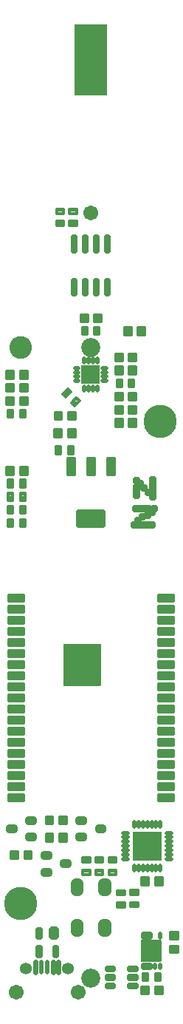
<source format=gbr>
G04 EAGLE Gerber RS-274X export*
G75*
%MOMM*%
%FSLAX34Y34*%
%LPD*%
%INSoldermask Top*%
%IPPOS*%
%AMOC8*
5,1,8,0,0,1.08239X$1,22.5*%
G01*
%ADD10C,0.370056*%
%ADD11C,0.731250*%
%ADD12C,0.418428*%
%ADD13C,0.430247*%
%ADD14C,0.610147*%
%ADD15C,0.473200*%
%ADD16R,3.703200X8.203200*%
%ADD17C,1.711200*%
%ADD18C,1.097334*%
%ADD19C,0.432097*%
%ADD20C,0.693853*%
%ADD21C,0.553200*%
%ADD22C,0.533200*%
%ADD23C,1.361200*%
%ADD24C,0.884075*%
%ADD25C,0.610069*%
%ADD26C,0.678831*%
%ADD27C,0.523200*%
%ADD28C,2.183200*%
%ADD29C,3.803200*%
%ADD30C,2.593200*%
%ADD31C,0.483200*%
%ADD32C,0.617847*%
%ADD33C,0.959600*%

G36*
X118565Y363377D02*
X118565Y363377D01*
X118631Y363379D01*
X118674Y363397D01*
X118721Y363405D01*
X118778Y363439D01*
X118838Y363464D01*
X118873Y363495D01*
X118914Y363520D01*
X118956Y363571D01*
X119004Y363615D01*
X119026Y363657D01*
X119055Y363694D01*
X119076Y363756D01*
X119107Y363815D01*
X119115Y363869D01*
X119127Y363906D01*
X119126Y363946D01*
X119134Y364000D01*
X119134Y411000D01*
X119123Y411065D01*
X119121Y411131D01*
X119103Y411174D01*
X119095Y411221D01*
X119061Y411278D01*
X119036Y411338D01*
X119005Y411373D01*
X118980Y411414D01*
X118929Y411456D01*
X118885Y411504D01*
X118843Y411526D01*
X118806Y411555D01*
X118744Y411576D01*
X118685Y411607D01*
X118631Y411615D01*
X118594Y411627D01*
X118554Y411626D01*
X118500Y411634D01*
X76500Y411634D01*
X76435Y411623D01*
X76369Y411621D01*
X76326Y411603D01*
X76279Y411595D01*
X76222Y411561D01*
X76162Y411536D01*
X76127Y411505D01*
X76086Y411480D01*
X76045Y411429D01*
X75996Y411385D01*
X75974Y411343D01*
X75945Y411306D01*
X75924Y411244D01*
X75893Y411185D01*
X75885Y411131D01*
X75873Y411094D01*
X75874Y411054D01*
X75866Y411000D01*
X75866Y364000D01*
X75877Y363935D01*
X75879Y363869D01*
X75897Y363826D01*
X75905Y363779D01*
X75939Y363722D01*
X75964Y363662D01*
X75995Y363627D01*
X76020Y363586D01*
X76071Y363545D01*
X76115Y363496D01*
X76157Y363474D01*
X76194Y363445D01*
X76256Y363424D01*
X76315Y363393D01*
X76369Y363385D01*
X76406Y363373D01*
X76446Y363374D01*
X76500Y363366D01*
X118500Y363366D01*
X118565Y363377D01*
G37*
G36*
X188565Y163377D02*
X188565Y163377D01*
X188631Y163379D01*
X188674Y163397D01*
X188721Y163405D01*
X188778Y163439D01*
X188838Y163464D01*
X188873Y163495D01*
X188914Y163520D01*
X188956Y163571D01*
X189004Y163615D01*
X189026Y163657D01*
X189055Y163694D01*
X189076Y163756D01*
X189107Y163815D01*
X189115Y163869D01*
X189127Y163906D01*
X189126Y163946D01*
X189134Y164000D01*
X189134Y196000D01*
X189123Y196065D01*
X189121Y196131D01*
X189103Y196174D01*
X189095Y196221D01*
X189061Y196278D01*
X189036Y196338D01*
X189005Y196373D01*
X188980Y196414D01*
X188929Y196456D01*
X188885Y196504D01*
X188843Y196526D01*
X188806Y196555D01*
X188744Y196576D01*
X188685Y196607D01*
X188631Y196615D01*
X188594Y196627D01*
X188554Y196626D01*
X188500Y196634D01*
X156500Y196634D01*
X156435Y196623D01*
X156369Y196621D01*
X156326Y196603D01*
X156279Y196595D01*
X156222Y196561D01*
X156162Y196536D01*
X156127Y196505D01*
X156086Y196480D01*
X156045Y196429D01*
X155996Y196385D01*
X155974Y196343D01*
X155945Y196306D01*
X155924Y196244D01*
X155893Y196185D01*
X155885Y196131D01*
X155873Y196094D01*
X155874Y196054D01*
X155866Y196000D01*
X155866Y164000D01*
X155877Y163935D01*
X155879Y163869D01*
X155897Y163826D01*
X155905Y163779D01*
X155939Y163722D01*
X155964Y163662D01*
X155995Y163627D01*
X156020Y163586D01*
X156071Y163545D01*
X156115Y163496D01*
X156157Y163474D01*
X156194Y163445D01*
X156256Y163424D01*
X156315Y163393D01*
X156369Y163385D01*
X156406Y163373D01*
X156446Y163374D01*
X156500Y163366D01*
X188500Y163366D01*
X188565Y163377D01*
G37*
G36*
X187564Y47010D02*
X187564Y47010D01*
X187628Y47009D01*
X187703Y47030D01*
X187779Y47041D01*
X187838Y47067D01*
X187900Y47084D01*
X187966Y47125D01*
X188036Y47157D01*
X188085Y47199D01*
X188140Y47232D01*
X188192Y47290D01*
X188250Y47340D01*
X188286Y47394D01*
X188329Y47442D01*
X188362Y47511D01*
X188405Y47576D01*
X188424Y47638D01*
X188452Y47695D01*
X188463Y47765D01*
X188487Y47846D01*
X188488Y47931D01*
X188499Y48000D01*
X188499Y72000D01*
X188490Y72062D01*
X188491Y72110D01*
X188491Y72111D01*
X188491Y72128D01*
X188470Y72203D01*
X188459Y72279D01*
X188433Y72338D01*
X188416Y72400D01*
X188375Y72466D01*
X188343Y72536D01*
X188301Y72585D01*
X188268Y72640D01*
X188210Y72692D01*
X188160Y72750D01*
X188106Y72786D01*
X188058Y72829D01*
X187989Y72862D01*
X187924Y72905D01*
X187862Y72924D01*
X187805Y72952D01*
X187735Y72963D01*
X187654Y72987D01*
X187569Y72988D01*
X187500Y72999D01*
X166500Y72999D01*
X166436Y72990D01*
X166372Y72991D01*
X166297Y72970D01*
X166221Y72959D01*
X166162Y72933D01*
X166100Y72916D01*
X166034Y72875D01*
X165964Y72843D01*
X165915Y72801D01*
X165860Y72768D01*
X165808Y72710D01*
X165750Y72660D01*
X165714Y72606D01*
X165671Y72558D01*
X165638Y72489D01*
X165595Y72424D01*
X165576Y72362D01*
X165548Y72305D01*
X165537Y72235D01*
X165513Y72154D01*
X165512Y72069D01*
X165501Y72000D01*
X165501Y48000D01*
X165510Y47936D01*
X165509Y47872D01*
X165530Y47797D01*
X165541Y47721D01*
X165567Y47662D01*
X165584Y47600D01*
X165625Y47534D01*
X165657Y47464D01*
X165699Y47415D01*
X165732Y47360D01*
X165790Y47308D01*
X165840Y47250D01*
X165894Y47214D01*
X165942Y47171D01*
X166011Y47138D01*
X166076Y47095D01*
X166138Y47076D01*
X166195Y47048D01*
X166265Y47037D01*
X166346Y47013D01*
X166431Y47012D01*
X166500Y47001D01*
X187500Y47001D01*
X187564Y47010D01*
G37*
G36*
X117565Y709377D02*
X117565Y709377D01*
X117631Y709379D01*
X117674Y709397D01*
X117721Y709405D01*
X117778Y709439D01*
X117838Y709464D01*
X117873Y709495D01*
X117914Y709520D01*
X117956Y709571D01*
X118004Y709615D01*
X118026Y709657D01*
X118055Y709694D01*
X118076Y709756D01*
X118107Y709815D01*
X118115Y709869D01*
X118127Y709906D01*
X118126Y709946D01*
X118134Y710000D01*
X118134Y730000D01*
X118123Y730065D01*
X118121Y730131D01*
X118103Y730174D01*
X118095Y730221D01*
X118061Y730278D01*
X118036Y730338D01*
X118005Y730373D01*
X117980Y730414D01*
X117929Y730456D01*
X117885Y730504D01*
X117843Y730526D01*
X117806Y730555D01*
X117744Y730576D01*
X117685Y730607D01*
X117631Y730615D01*
X117594Y730627D01*
X117554Y730626D01*
X117500Y730634D01*
X97500Y730634D01*
X97435Y730623D01*
X97369Y730621D01*
X97326Y730603D01*
X97279Y730595D01*
X97222Y730561D01*
X97162Y730536D01*
X97127Y730505D01*
X97086Y730480D01*
X97045Y730429D01*
X96996Y730385D01*
X96974Y730343D01*
X96945Y730306D01*
X96924Y730244D01*
X96893Y730185D01*
X96885Y730131D01*
X96873Y730094D01*
X96874Y730054D01*
X96866Y730000D01*
X96866Y710000D01*
X96877Y709935D01*
X96879Y709869D01*
X96897Y709826D01*
X96905Y709779D01*
X96939Y709722D01*
X96964Y709662D01*
X96995Y709627D01*
X97020Y709586D01*
X97071Y709545D01*
X97115Y709496D01*
X97157Y709474D01*
X97194Y709445D01*
X97256Y709424D01*
X97315Y709393D01*
X97369Y709385D01*
X97406Y709373D01*
X97446Y709374D01*
X97500Y709366D01*
X117500Y709366D01*
X117565Y709377D01*
G37*
D10*
X136561Y152490D02*
X136561Y147584D01*
X128439Y147584D01*
X128439Y152490D01*
X136561Y152490D01*
X136561Y151100D02*
X128439Y151100D01*
X136561Y161510D02*
X136561Y166416D01*
X136561Y161510D02*
X128439Y161510D01*
X128439Y166416D01*
X136561Y166416D01*
X136561Y165026D02*
X128439Y165026D01*
X17990Y545939D02*
X13084Y545939D01*
X13084Y554061D01*
X17990Y554061D01*
X17990Y545939D01*
X17990Y549455D02*
X13084Y549455D01*
X13084Y552971D02*
X17990Y552971D01*
X27010Y545939D02*
X31916Y545939D01*
X27010Y545939D02*
X27010Y554061D01*
X31916Y554061D01*
X31916Y545939D01*
X31916Y549455D02*
X27010Y549455D01*
X27010Y552971D02*
X31916Y552971D01*
X31916Y599061D02*
X27010Y599061D01*
X31916Y599061D02*
X31916Y590939D01*
X27010Y590939D01*
X27010Y599061D01*
X27010Y594455D02*
X31916Y594455D01*
X31916Y597971D02*
X27010Y597971D01*
X17990Y599061D02*
X13084Y599061D01*
X17990Y599061D02*
X17990Y590939D01*
X13084Y590939D01*
X13084Y599061D01*
X13084Y594455D02*
X17990Y594455D01*
X17990Y597971D02*
X13084Y597971D01*
D11*
X35803Y191719D02*
X41447Y191719D01*
X41447Y189281D01*
X35803Y189281D01*
X35803Y191719D01*
X35803Y210719D02*
X41447Y210719D01*
X41447Y208281D01*
X35803Y208281D01*
X35803Y210719D01*
X19197Y201219D02*
X13553Y201219D01*
X19197Y201219D02*
X19197Y198781D01*
X13553Y198781D01*
X13553Y201219D01*
X93553Y208281D02*
X99197Y208281D01*
X93553Y208281D02*
X93553Y210719D01*
X99197Y210719D01*
X99197Y208281D01*
X99197Y189281D02*
X93553Y189281D01*
X93553Y191719D01*
X99197Y191719D01*
X99197Y189281D01*
X115803Y198781D02*
X121447Y198781D01*
X115803Y198781D02*
X115803Y201219D01*
X121447Y201219D01*
X121447Y198781D01*
D12*
X17975Y606431D02*
X11431Y606431D01*
X11431Y613569D01*
X17975Y613569D01*
X17975Y606431D01*
X17975Y610406D02*
X11431Y610406D01*
X27025Y606431D02*
X33569Y606431D01*
X27025Y606431D02*
X27025Y613569D01*
X33569Y613569D01*
X33569Y606431D01*
X33569Y610406D02*
X27025Y610406D01*
X72025Y193569D02*
X78569Y193569D01*
X78569Y186431D01*
X72025Y186431D01*
X72025Y193569D01*
X72025Y190406D02*
X78569Y190406D01*
X62975Y193569D02*
X56431Y193569D01*
X62975Y193569D02*
X62975Y186431D01*
X56431Y186431D01*
X56431Y193569D01*
X56431Y190406D02*
X62975Y190406D01*
X62975Y206431D02*
X56431Y206431D01*
X56431Y213569D01*
X62975Y213569D01*
X62975Y206431D01*
X62975Y210406D02*
X56431Y210406D01*
X72025Y206431D02*
X78569Y206431D01*
X72025Y206431D02*
X72025Y213569D01*
X78569Y213569D01*
X78569Y206431D01*
X78569Y210406D02*
X72025Y210406D01*
D13*
X29365Y460935D02*
X13635Y460935D01*
X13635Y467665D01*
X29365Y467665D01*
X29365Y460935D01*
X29365Y465022D02*
X13635Y465022D01*
X13635Y448235D02*
X29365Y448235D01*
X13635Y448235D02*
X13635Y454965D01*
X29365Y454965D01*
X29365Y448235D01*
X29365Y452322D02*
X13635Y452322D01*
X13635Y435535D02*
X29365Y435535D01*
X13635Y435535D02*
X13635Y442265D01*
X29365Y442265D01*
X29365Y435535D01*
X29365Y439622D02*
X13635Y439622D01*
X13635Y422835D02*
X29365Y422835D01*
X13635Y422835D02*
X13635Y429565D01*
X29365Y429565D01*
X29365Y422835D01*
X29365Y426922D02*
X13635Y426922D01*
X13635Y410135D02*
X29365Y410135D01*
X13635Y410135D02*
X13635Y416865D01*
X29365Y416865D01*
X29365Y410135D01*
X29365Y414222D02*
X13635Y414222D01*
X13635Y397435D02*
X29365Y397435D01*
X13635Y397435D02*
X13635Y404165D01*
X29365Y404165D01*
X29365Y397435D01*
X29365Y401522D02*
X13635Y401522D01*
X13635Y384735D02*
X29365Y384735D01*
X13635Y384735D02*
X13635Y391465D01*
X29365Y391465D01*
X29365Y384735D01*
X29365Y388822D02*
X13635Y388822D01*
X13635Y372035D02*
X29365Y372035D01*
X13635Y372035D02*
X13635Y378765D01*
X29365Y378765D01*
X29365Y372035D01*
X29365Y376122D02*
X13635Y376122D01*
X13635Y359335D02*
X29365Y359335D01*
X13635Y359335D02*
X13635Y366065D01*
X29365Y366065D01*
X29365Y359335D01*
X29365Y363422D02*
X13635Y363422D01*
X13635Y346635D02*
X29365Y346635D01*
X13635Y346635D02*
X13635Y353365D01*
X29365Y353365D01*
X29365Y346635D01*
X29365Y350722D02*
X13635Y350722D01*
X13635Y333935D02*
X29365Y333935D01*
X13635Y333935D02*
X13635Y340665D01*
X29365Y340665D01*
X29365Y333935D01*
X29365Y338022D02*
X13635Y338022D01*
X13635Y321235D02*
X29365Y321235D01*
X13635Y321235D02*
X13635Y327965D01*
X29365Y327965D01*
X29365Y321235D01*
X29365Y325322D02*
X13635Y325322D01*
X13635Y308535D02*
X29365Y308535D01*
X13635Y308535D02*
X13635Y315265D01*
X29365Y315265D01*
X29365Y308535D01*
X29365Y312622D02*
X13635Y312622D01*
X13635Y295835D02*
X29365Y295835D01*
X13635Y295835D02*
X13635Y302565D01*
X29365Y302565D01*
X29365Y295835D01*
X29365Y299922D02*
X13635Y299922D01*
X13635Y283135D02*
X29365Y283135D01*
X13635Y283135D02*
X13635Y289865D01*
X29365Y289865D01*
X29365Y283135D01*
X29365Y287222D02*
X13635Y287222D01*
X13635Y270435D02*
X29365Y270435D01*
X13635Y270435D02*
X13635Y277165D01*
X29365Y277165D01*
X29365Y270435D01*
X29365Y274522D02*
X13635Y274522D01*
X13635Y257735D02*
X29365Y257735D01*
X13635Y257735D02*
X13635Y264465D01*
X29365Y264465D01*
X29365Y257735D01*
X29365Y261822D02*
X13635Y261822D01*
X13635Y245035D02*
X29365Y245035D01*
X13635Y245035D02*
X13635Y251765D01*
X29365Y251765D01*
X29365Y245035D01*
X29365Y249122D02*
X13635Y249122D01*
X13635Y232335D02*
X29365Y232335D01*
X13635Y232335D02*
X13635Y239065D01*
X29365Y239065D01*
X29365Y232335D01*
X29365Y236422D02*
X13635Y236422D01*
X185635Y232335D02*
X201365Y232335D01*
X185635Y232335D02*
X185635Y239065D01*
X201365Y239065D01*
X201365Y232335D01*
X201365Y236422D02*
X185635Y236422D01*
X185635Y245035D02*
X201365Y245035D01*
X185635Y245035D02*
X185635Y251765D01*
X201365Y251765D01*
X201365Y245035D01*
X201365Y249122D02*
X185635Y249122D01*
X185635Y257735D02*
X201365Y257735D01*
X185635Y257735D02*
X185635Y264465D01*
X201365Y264465D01*
X201365Y257735D01*
X201365Y261822D02*
X185635Y261822D01*
X185635Y270435D02*
X201365Y270435D01*
X185635Y270435D02*
X185635Y277165D01*
X201365Y277165D01*
X201365Y270435D01*
X201365Y274522D02*
X185635Y274522D01*
X185635Y283135D02*
X201365Y283135D01*
X185635Y283135D02*
X185635Y289865D01*
X201365Y289865D01*
X201365Y283135D01*
X201365Y287222D02*
X185635Y287222D01*
X185635Y295835D02*
X201365Y295835D01*
X185635Y295835D02*
X185635Y302565D01*
X201365Y302565D01*
X201365Y295835D01*
X201365Y299922D02*
X185635Y299922D01*
X185635Y308535D02*
X201365Y308535D01*
X185635Y308535D02*
X185635Y315265D01*
X201365Y315265D01*
X201365Y308535D01*
X201365Y312622D02*
X185635Y312622D01*
X185635Y321235D02*
X201365Y321235D01*
X185635Y321235D02*
X185635Y327965D01*
X201365Y327965D01*
X201365Y321235D01*
X201365Y325322D02*
X185635Y325322D01*
X185635Y333935D02*
X201365Y333935D01*
X185635Y333935D02*
X185635Y340665D01*
X201365Y340665D01*
X201365Y333935D01*
X201365Y338022D02*
X185635Y338022D01*
X185635Y346635D02*
X201365Y346635D01*
X185635Y346635D02*
X185635Y353365D01*
X201365Y353365D01*
X201365Y346635D01*
X201365Y350722D02*
X185635Y350722D01*
X185635Y359335D02*
X201365Y359335D01*
X185635Y359335D02*
X185635Y366065D01*
X201365Y366065D01*
X201365Y359335D01*
X201365Y363422D02*
X185635Y363422D01*
X185635Y372035D02*
X201365Y372035D01*
X185635Y372035D02*
X185635Y378765D01*
X201365Y378765D01*
X201365Y372035D01*
X201365Y376122D02*
X185635Y376122D01*
X185635Y384735D02*
X201365Y384735D01*
X185635Y384735D02*
X185635Y391465D01*
X201365Y391465D01*
X201365Y384735D01*
X201365Y388822D02*
X185635Y388822D01*
X185635Y397435D02*
X201365Y397435D01*
X185635Y397435D02*
X185635Y404165D01*
X201365Y404165D01*
X201365Y397435D01*
X201365Y401522D02*
X185635Y401522D01*
X185635Y410135D02*
X201365Y410135D01*
X185635Y410135D02*
X185635Y416865D01*
X201365Y416865D01*
X201365Y410135D01*
X201365Y414222D02*
X185635Y414222D01*
X185635Y422835D02*
X201365Y422835D01*
X185635Y422835D02*
X185635Y429565D01*
X201365Y429565D01*
X201365Y422835D01*
X201365Y426922D02*
X185635Y426922D01*
X185635Y435535D02*
X201365Y435535D01*
X185635Y435535D02*
X185635Y442265D01*
X201365Y442265D01*
X201365Y435535D01*
X201365Y439622D02*
X185635Y439622D01*
X185635Y448235D02*
X201365Y448235D01*
X185635Y448235D02*
X185635Y454965D01*
X201365Y454965D01*
X201365Y448235D01*
X201365Y452322D02*
X185635Y452322D01*
X185635Y460935D02*
X201365Y460935D01*
X185635Y460935D02*
X185635Y467665D01*
X201365Y467665D01*
X201365Y460935D01*
X201365Y465022D02*
X185635Y465022D01*
D14*
X89362Y812458D02*
X89362Y828074D01*
X89362Y812458D02*
X87538Y812458D01*
X87538Y828074D01*
X89362Y828074D01*
X89362Y818254D02*
X87538Y818254D01*
X87538Y824050D02*
X89362Y824050D01*
X102062Y828074D02*
X102062Y812458D01*
X100238Y812458D01*
X100238Y828074D01*
X102062Y828074D01*
X102062Y818254D02*
X100238Y818254D01*
X100238Y824050D02*
X102062Y824050D01*
X114762Y828074D02*
X114762Y812458D01*
X112938Y812458D01*
X112938Y828074D01*
X114762Y828074D01*
X114762Y818254D02*
X112938Y818254D01*
X112938Y824050D02*
X114762Y824050D01*
X127462Y828074D02*
X127462Y812458D01*
X125638Y812458D01*
X125638Y828074D01*
X127462Y828074D01*
X127462Y818254D02*
X125638Y818254D01*
X125638Y824050D02*
X127462Y824050D01*
X127462Y861926D02*
X127462Y877542D01*
X127462Y861926D02*
X125638Y861926D01*
X125638Y877542D01*
X127462Y877542D01*
X127462Y867722D02*
X125638Y867722D01*
X125638Y873518D02*
X127462Y873518D01*
X114762Y877542D02*
X114762Y861926D01*
X112938Y861926D01*
X112938Y877542D01*
X114762Y877542D01*
X114762Y867722D02*
X112938Y867722D01*
X112938Y873518D02*
X114762Y873518D01*
X102062Y877542D02*
X102062Y861926D01*
X100238Y861926D01*
X100238Y877542D01*
X102062Y877542D01*
X102062Y867722D02*
X100238Y867722D01*
X100238Y873518D02*
X102062Y873518D01*
X89362Y877542D02*
X89362Y861926D01*
X87538Y861926D01*
X87538Y877542D01*
X89362Y877542D01*
X89362Y867722D02*
X87538Y867722D01*
X87538Y873518D02*
X89362Y873518D01*
D15*
X144850Y195000D02*
X150150Y195000D01*
X150150Y190000D02*
X144850Y190000D01*
X144850Y185000D02*
X150150Y185000D01*
X150150Y180000D02*
X144850Y180000D01*
X144850Y175000D02*
X150150Y175000D01*
X150150Y170000D02*
X144850Y170000D01*
X144850Y165000D02*
X150150Y165000D01*
X157500Y157650D02*
X157500Y152350D01*
X162500Y152350D02*
X162500Y157650D01*
X167500Y157650D02*
X167500Y152350D01*
X172500Y152350D02*
X172500Y157650D01*
X177500Y157650D02*
X177500Y152350D01*
X182500Y152350D02*
X182500Y157650D01*
X187500Y157650D02*
X187500Y152350D01*
X194850Y165000D02*
X200150Y165000D01*
X200150Y170000D02*
X194850Y170000D01*
X194850Y175000D02*
X200150Y175000D01*
X200150Y180000D02*
X194850Y180000D01*
X194850Y185000D02*
X200150Y185000D01*
X200150Y190000D02*
X194850Y190000D01*
X194850Y195000D02*
X200150Y195000D01*
X187500Y202350D02*
X187500Y207650D01*
X182500Y207650D02*
X182500Y202350D01*
X177500Y202350D02*
X177500Y207650D01*
X172500Y207650D02*
X172500Y202350D01*
X167500Y202350D02*
X167500Y207650D01*
X162500Y207650D02*
X162500Y202350D01*
X157500Y202350D02*
X157500Y207650D01*
D16*
X107500Y1080000D03*
D17*
X107500Y905000D03*
D12*
X182025Y143569D02*
X188569Y143569D01*
X188569Y136431D01*
X182025Y136431D01*
X182025Y143569D01*
X182025Y140406D02*
X188569Y140406D01*
X172975Y143569D02*
X166431Y143569D01*
X172975Y143569D02*
X172975Y136431D01*
X166431Y136431D01*
X166431Y143569D01*
X166431Y140406D02*
X172975Y140406D01*
D10*
X121561Y147584D02*
X121561Y152490D01*
X121561Y147584D02*
X113439Y147584D01*
X113439Y152490D01*
X121561Y152490D01*
X121561Y151100D02*
X113439Y151100D01*
X121561Y161510D02*
X121561Y166416D01*
X121561Y161510D02*
X113439Y161510D01*
X113439Y166416D01*
X121561Y166416D01*
X121561Y165026D02*
X113439Y165026D01*
X91561Y890584D02*
X91561Y895490D01*
X91561Y890584D02*
X83439Y890584D01*
X83439Y895490D01*
X91561Y895490D01*
X91561Y894100D02*
X83439Y894100D01*
X91561Y904510D02*
X91561Y909416D01*
X91561Y904510D02*
X83439Y904510D01*
X83439Y909416D01*
X91561Y909416D01*
X91561Y908026D02*
X83439Y908026D01*
D18*
X89470Y91530D02*
X89470Y82470D01*
X89470Y91530D02*
X93530Y91530D01*
X93530Y82470D01*
X89470Y82470D01*
X121470Y82470D02*
X121470Y91530D01*
X125530Y91530D01*
X125530Y82470D01*
X121470Y82470D01*
X121470Y128470D02*
X121470Y137530D01*
X125530Y137530D01*
X125530Y128470D01*
X121470Y128470D01*
X89470Y128470D02*
X89470Y137530D01*
X93530Y137530D01*
X93530Y128470D01*
X89470Y128470D01*
D11*
X59197Y168281D02*
X53553Y168281D01*
X53553Y170719D01*
X59197Y170719D01*
X59197Y168281D01*
X59197Y149281D02*
X53553Y149281D01*
X53553Y151719D01*
X59197Y151719D01*
X59197Y149281D01*
X75803Y158781D02*
X81447Y158781D01*
X75803Y158781D02*
X75803Y161219D01*
X81447Y161219D01*
X81447Y158781D01*
D12*
X38569Y173569D02*
X32025Y173569D01*
X38569Y173569D02*
X38569Y166431D01*
X32025Y166431D01*
X32025Y173569D01*
X32025Y170406D02*
X38569Y170406D01*
X22975Y173569D02*
X16431Y173569D01*
X22975Y173569D02*
X22975Y166431D01*
X16431Y166431D01*
X16431Y173569D01*
X16431Y170406D02*
X22975Y170406D01*
D10*
X17990Y575939D02*
X13084Y575939D01*
X13084Y584061D01*
X17990Y584061D01*
X17990Y575939D01*
X17990Y579455D02*
X13084Y579455D01*
X13084Y582971D02*
X17990Y582971D01*
X27010Y575939D02*
X31916Y575939D01*
X27010Y575939D02*
X27010Y584061D01*
X31916Y584061D01*
X31916Y575939D01*
X31916Y579455D02*
X27010Y579455D01*
X27010Y582971D02*
X31916Y582971D01*
X68084Y628939D02*
X72990Y628939D01*
X68084Y628939D02*
X68084Y637061D01*
X72990Y637061D01*
X72990Y628939D01*
X72990Y632455D02*
X68084Y632455D01*
X68084Y635971D02*
X72990Y635971D01*
X82010Y628939D02*
X86916Y628939D01*
X82010Y628939D02*
X82010Y637061D01*
X86916Y637061D01*
X86916Y628939D01*
X86916Y632455D02*
X82010Y632455D01*
X82010Y635971D02*
X86916Y635971D01*
X17990Y560939D02*
X13084Y560939D01*
X13084Y569061D01*
X17990Y569061D01*
X17990Y560939D01*
X17990Y564455D02*
X13084Y564455D01*
X13084Y567971D02*
X17990Y567971D01*
X27010Y560939D02*
X31916Y560939D01*
X27010Y560939D02*
X27010Y569061D01*
X31916Y569061D01*
X31916Y560939D01*
X31916Y564455D02*
X27010Y564455D01*
X27010Y567971D02*
X31916Y567971D01*
D19*
X126975Y606545D02*
X126975Y623907D01*
X134025Y623907D01*
X134025Y606545D01*
X126975Y606545D01*
X126975Y610650D02*
X134025Y610650D01*
X134025Y614755D02*
X126975Y614755D01*
X126975Y618860D02*
X134025Y618860D01*
X134025Y622965D02*
X126975Y622965D01*
X103975Y623907D02*
X103975Y606545D01*
X103975Y623907D02*
X111025Y623907D01*
X111025Y606545D01*
X103975Y606545D01*
X103975Y610650D02*
X111025Y610650D01*
X111025Y614755D02*
X103975Y614755D01*
X103975Y618860D02*
X111025Y618860D01*
X111025Y622965D02*
X103975Y622965D01*
X80975Y623907D02*
X80975Y606545D01*
X80975Y623907D02*
X88025Y623907D01*
X88025Y606545D01*
X80975Y606545D01*
X80975Y610650D02*
X88025Y610650D01*
X88025Y614755D02*
X80975Y614755D01*
X80975Y618860D02*
X88025Y618860D01*
X88025Y622965D02*
X80975Y622965D01*
D20*
X93784Y562146D02*
X93784Y547402D01*
X93784Y562146D02*
X121216Y562146D01*
X121216Y547402D01*
X93784Y547402D01*
X93784Y553994D02*
X121216Y553994D01*
X121216Y560586D02*
X93784Y560586D01*
D10*
X106561Y152490D02*
X106561Y147584D01*
X98439Y147584D01*
X98439Y152490D01*
X106561Y152490D01*
X106561Y151100D02*
X98439Y151100D01*
X106561Y161510D02*
X106561Y166416D01*
X106561Y161510D02*
X98439Y161510D01*
X98439Y166416D01*
X106561Y166416D01*
X106561Y165026D02*
X98439Y165026D01*
D21*
X44000Y47250D02*
X44000Y35750D01*
D22*
X51000Y35650D02*
X51000Y47350D01*
X57500Y47350D02*
X57500Y35650D01*
D21*
X64500Y35750D02*
X64500Y47250D01*
X70500Y47250D02*
X70500Y35750D01*
D17*
X21750Y12700D03*
X93250Y12700D03*
D23*
X81750Y40000D03*
X33250Y40000D03*
D24*
X63535Y77179D02*
X63535Y83353D01*
X66641Y83353D01*
X66641Y77179D01*
X63535Y77179D01*
D25*
X46989Y75809D02*
X46989Y84723D01*
X48811Y84723D01*
X48811Y75809D01*
X46989Y75809D01*
X46989Y81605D02*
X48811Y81605D01*
X46989Y64191D02*
X46989Y55277D01*
X46989Y64191D02*
X48811Y64191D01*
X48811Y55277D01*
X46989Y55277D01*
X46989Y61073D02*
X48811Y61073D01*
X66189Y64191D02*
X66189Y55277D01*
X66189Y64191D02*
X68011Y64191D01*
X68011Y55277D01*
X66189Y55277D01*
X66189Y61073D02*
X68011Y61073D01*
D12*
X33569Y693569D02*
X27025Y693569D01*
X33569Y693569D02*
X33569Y686431D01*
X27025Y686431D01*
X27025Y693569D01*
X27025Y690406D02*
X33569Y690406D01*
X17975Y693569D02*
X11431Y693569D01*
X17975Y693569D02*
X17975Y686431D01*
X11431Y686431D01*
X11431Y693569D01*
X11431Y690406D02*
X17975Y690406D01*
D10*
X17990Y670939D02*
X13084Y670939D01*
X13084Y679061D01*
X17990Y679061D01*
X17990Y670939D01*
X17990Y674455D02*
X13084Y674455D01*
X13084Y677971D02*
X17990Y677971D01*
X27010Y670939D02*
X31916Y670939D01*
X27010Y670939D02*
X27010Y679061D01*
X31916Y679061D01*
X31916Y670939D01*
X31916Y674455D02*
X27010Y674455D01*
X27010Y677971D02*
X31916Y677971D01*
D12*
X17975Y701431D02*
X11431Y701431D01*
X11431Y708569D01*
X17975Y708569D01*
X17975Y701431D01*
X17975Y705406D02*
X11431Y705406D01*
X27025Y701431D02*
X33569Y701431D01*
X27025Y701431D02*
X27025Y708569D01*
X33569Y708569D01*
X33569Y701431D01*
X33569Y705406D02*
X27025Y705406D01*
X17975Y716431D02*
X11431Y716431D01*
X11431Y723569D01*
X17975Y723569D01*
X17975Y716431D01*
X17975Y720406D02*
X11431Y720406D01*
X27025Y716431D02*
X33569Y716431D01*
X27025Y716431D02*
X27025Y723569D01*
X33569Y723569D01*
X33569Y716431D01*
X33569Y720406D02*
X27025Y720406D01*
D26*
X168878Y43372D02*
X175122Y43372D01*
X175122Y41228D01*
X168878Y41228D01*
X168878Y43372D01*
D27*
X181300Y44350D02*
X181300Y40650D01*
X187200Y40650D02*
X187200Y44350D01*
D26*
X175122Y78572D02*
X168878Y78572D01*
X175122Y78572D02*
X175122Y76428D01*
X168878Y76428D01*
X168878Y78572D01*
D27*
X187000Y79350D02*
X187000Y75650D01*
D28*
X107500Y28900D03*
X107500Y751100D03*
D29*
X27500Y114000D03*
X187500Y666000D03*
D30*
X27500Y751100D03*
D10*
X168084Y25939D02*
X172990Y25939D01*
X168084Y25939D02*
X168084Y34061D01*
X172990Y34061D01*
X172990Y25939D01*
X172990Y29455D02*
X168084Y29455D01*
X168084Y32971D02*
X172990Y32971D01*
X182010Y25939D02*
X186916Y25939D01*
X182010Y25939D02*
X182010Y34061D01*
X186916Y34061D01*
X186916Y25939D01*
X186916Y29455D02*
X182010Y29455D01*
X182010Y32971D02*
X186916Y32971D01*
D12*
X188569Y18569D02*
X182025Y18569D01*
X188569Y18569D02*
X188569Y11431D01*
X182025Y11431D01*
X182025Y18569D01*
X182025Y15406D02*
X188569Y15406D01*
X172975Y18569D02*
X166431Y18569D01*
X172975Y18569D02*
X172975Y11431D01*
X166431Y11431D01*
X166431Y18569D01*
X166431Y15406D02*
X172975Y15406D01*
X206569Y58931D02*
X206569Y65475D01*
X206569Y58931D02*
X199431Y58931D01*
X199431Y65475D01*
X206569Y65475D01*
X206569Y62906D02*
X199431Y62906D01*
X206569Y74525D02*
X206569Y81069D01*
X206569Y74525D02*
X199431Y74525D01*
X199431Y81069D01*
X206569Y81069D01*
X206569Y78500D02*
X199431Y78500D01*
D10*
X146561Y110084D02*
X146561Y114990D01*
X146561Y110084D02*
X138439Y110084D01*
X138439Y114990D01*
X146561Y114990D01*
X146561Y113600D02*
X138439Y113600D01*
X146561Y124010D02*
X146561Y128916D01*
X146561Y124010D02*
X138439Y124010D01*
X138439Y128916D01*
X146561Y128916D01*
X146561Y127526D02*
X138439Y127526D01*
D31*
X115000Y733950D02*
X115000Y738050D01*
X110000Y738050D02*
X110000Y733950D01*
X105000Y733950D02*
X105000Y738050D01*
X100000Y738050D02*
X100000Y733950D01*
X93550Y727500D02*
X89450Y727500D01*
X89450Y722500D02*
X93550Y722500D01*
X93550Y717500D02*
X89450Y717500D01*
X89450Y712500D02*
X93550Y712500D01*
X100000Y706050D02*
X100000Y701950D01*
X105000Y701950D02*
X105000Y706050D01*
X110000Y706050D02*
X110000Y701950D01*
X115000Y701950D02*
X115000Y706050D01*
X121450Y712500D02*
X125550Y712500D01*
X125550Y717500D02*
X121450Y717500D01*
X121450Y722500D02*
X125550Y722500D01*
X125550Y727500D02*
X121450Y727500D01*
D10*
X116916Y774061D02*
X112010Y774061D01*
X116916Y774061D02*
X116916Y765939D01*
X112010Y765939D01*
X112010Y774061D01*
X112010Y769455D02*
X116916Y769455D01*
X116916Y772971D02*
X112010Y772971D01*
X102990Y774061D02*
X98084Y774061D01*
X102990Y774061D02*
X102990Y765939D01*
X98084Y765939D01*
X98084Y774061D01*
X98084Y769455D02*
X102990Y769455D01*
X102990Y772971D02*
X98084Y772971D01*
D12*
X136431Y721431D02*
X142975Y721431D01*
X136431Y721431D02*
X136431Y728569D01*
X142975Y728569D01*
X142975Y721431D01*
X142975Y725406D02*
X136431Y725406D01*
X152025Y721431D02*
X158569Y721431D01*
X152025Y721431D02*
X152025Y728569D01*
X158569Y728569D01*
X158569Y721431D01*
X158569Y725406D02*
X152025Y725406D01*
X142975Y736431D02*
X136431Y736431D01*
X136431Y743569D01*
X142975Y743569D01*
X142975Y736431D01*
X142975Y740406D02*
X136431Y740406D01*
X152025Y736431D02*
X158569Y736431D01*
X152025Y736431D02*
X152025Y743569D01*
X158569Y743569D01*
X158569Y736431D01*
X158569Y740406D02*
X152025Y740406D01*
D10*
X142990Y705939D02*
X138084Y705939D01*
X138084Y714061D01*
X142990Y714061D01*
X142990Y705939D01*
X142990Y709455D02*
X138084Y709455D01*
X138084Y712971D02*
X142990Y712971D01*
X152010Y705939D02*
X156916Y705939D01*
X152010Y705939D02*
X152010Y714061D01*
X156916Y714061D01*
X156916Y705939D01*
X156916Y709455D02*
X152010Y709455D01*
X152010Y712971D02*
X156916Y712971D01*
D12*
X72975Y649431D02*
X66431Y649431D01*
X66431Y656569D01*
X72975Y656569D01*
X72975Y649431D01*
X72975Y653406D02*
X66431Y653406D01*
X82025Y649431D02*
X88569Y649431D01*
X82025Y649431D02*
X82025Y656569D01*
X88569Y656569D01*
X88569Y649431D01*
X88569Y653406D02*
X82025Y653406D01*
X73275Y669531D02*
X66731Y669531D01*
X66731Y676669D01*
X73275Y676669D01*
X73275Y669531D01*
X73275Y673506D02*
X66731Y673506D01*
X82325Y669531D02*
X88869Y669531D01*
X82325Y669531D02*
X82325Y676669D01*
X88869Y676669D01*
X88869Y669531D01*
X88869Y673506D02*
X82325Y673506D01*
X136431Y661431D02*
X142975Y661431D01*
X136431Y661431D02*
X136431Y668569D01*
X142975Y668569D01*
X142975Y661431D01*
X142975Y665406D02*
X136431Y665406D01*
X152025Y661431D02*
X158569Y661431D01*
X152025Y661431D02*
X152025Y668569D01*
X158569Y668569D01*
X158569Y661431D01*
X158569Y665406D02*
X152025Y665406D01*
X152025Y698569D02*
X158569Y698569D01*
X158569Y691431D01*
X152025Y691431D01*
X152025Y698569D01*
X152025Y695406D02*
X158569Y695406D01*
X142975Y698569D02*
X136431Y698569D01*
X142975Y698569D02*
X142975Y691431D01*
X136431Y691431D01*
X136431Y698569D01*
X136431Y695406D02*
X142975Y695406D01*
X152025Y683569D02*
X158569Y683569D01*
X158569Y676431D01*
X152025Y676431D01*
X152025Y683569D01*
X152025Y680406D02*
X158569Y680406D01*
X142975Y683569D02*
X136431Y683569D01*
X142975Y683569D02*
X142975Y676431D01*
X136431Y676431D01*
X136431Y683569D01*
X136431Y680406D02*
X142975Y680406D01*
D10*
X76561Y890584D02*
X76561Y895490D01*
X76561Y890584D02*
X68439Y890584D01*
X68439Y895490D01*
X76561Y895490D01*
X76561Y894100D02*
X68439Y894100D01*
X76561Y904510D02*
X76561Y909416D01*
X76561Y904510D02*
X68439Y904510D01*
X68439Y909416D01*
X76561Y909416D01*
X76561Y908026D02*
X68439Y908026D01*
D12*
X112025Y788569D02*
X118569Y788569D01*
X118569Y781431D01*
X112025Y781431D01*
X112025Y788569D01*
X112025Y785406D02*
X118569Y785406D01*
X102975Y788569D02*
X96431Y788569D01*
X102975Y788569D02*
X102975Y781431D01*
X96431Y781431D01*
X96431Y788569D01*
X96431Y785406D02*
X102975Y785406D01*
X162025Y773569D02*
X168569Y773569D01*
X168569Y766431D01*
X162025Y766431D01*
X162025Y773569D01*
X162025Y770406D02*
X168569Y770406D01*
X152975Y773569D02*
X146431Y773569D01*
X152975Y773569D02*
X152975Y766431D01*
X146431Y766431D01*
X146431Y773569D01*
X146431Y770406D02*
X152975Y770406D01*
D32*
X133060Y38577D02*
X125996Y38577D01*
X125996Y40423D01*
X133060Y40423D01*
X133060Y38577D01*
X133060Y29077D02*
X125996Y29077D01*
X125996Y30923D01*
X133060Y30923D01*
X133060Y29077D01*
X133060Y19577D02*
X125996Y19577D01*
X125996Y21423D01*
X133060Y21423D01*
X133060Y19577D01*
X151940Y19577D02*
X159004Y19577D01*
X151940Y19577D02*
X151940Y21423D01*
X159004Y21423D01*
X159004Y19577D01*
X159004Y29077D02*
X151940Y29077D01*
X151940Y30923D01*
X159004Y30923D01*
X159004Y29077D01*
X159004Y38577D02*
X151940Y38577D01*
X151940Y40423D01*
X159004Y40423D01*
X159004Y38577D01*
D10*
X78939Y694118D02*
X75470Y697587D01*
X81213Y703330D01*
X84682Y699861D01*
X78939Y694118D01*
X75517Y697634D02*
X82455Y697634D01*
X83393Y701150D02*
X79033Y701150D01*
X85318Y687739D02*
X88787Y684270D01*
X85318Y687739D02*
X91061Y693482D01*
X94530Y690013D01*
X88787Y684270D01*
X85365Y687786D02*
X92303Y687786D01*
X93241Y691302D02*
X88881Y691302D01*
X161561Y115490D02*
X161561Y110584D01*
X153439Y110584D01*
X153439Y115490D01*
X161561Y115490D01*
X161561Y114100D02*
X153439Y114100D01*
X161561Y124510D02*
X161561Y129416D01*
X161561Y124510D02*
X153439Y124510D01*
X153439Y129416D01*
X161561Y129416D01*
X161561Y128026D02*
X153439Y128026D01*
D33*
X166500Y556929D03*
X173964Y566464D03*
X168964Y566464D03*
X177500Y547929D03*
X158964Y566464D03*
X163964Y566464D03*
X172500Y547929D03*
X167500Y547929D03*
X162500Y547929D03*
X161500Y552929D03*
X172500Y558929D03*
X180036Y566464D03*
X157500Y547929D03*
X177500Y561929D03*
X168964Y589749D03*
X160429Y591213D03*
X160429Y586213D03*
X178964Y599749D03*
X178964Y594749D03*
X160429Y581213D03*
X178964Y589749D03*
X178964Y584749D03*
X178964Y579749D03*
X173964Y584749D03*
X163964Y594749D03*
X160429Y598284D03*
M02*

</source>
